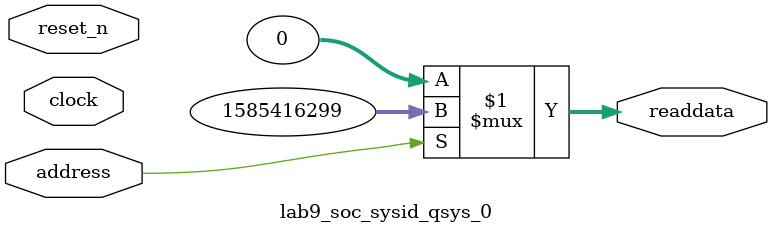
<source format=v>



// synthesis translate_off
`timescale 1ns / 1ps
// synthesis translate_on

// turn off superfluous verilog processor warnings 
// altera message_level Level1 
// altera message_off 10034 10035 10036 10037 10230 10240 10030 

module lab9_soc_sysid_qsys_0 (
               // inputs:
                address,
                clock,
                reset_n,

               // outputs:
                readdata
             )
;

  output  [ 31: 0] readdata;
  input            address;
  input            clock;
  input            reset_n;

  wire    [ 31: 0] readdata;
  //control_slave, which is an e_avalon_slave
  assign readdata = address ? 1585416299 : 0;

endmodule



</source>
